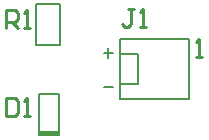
<source format=gto>
G04*
G04 #@! TF.GenerationSoftware,Altium Limited,Altium Designer,20.0.13 (296)*
G04*
G04 Layer_Color=65535*
%FSLAX44Y44*%
%MOMM*%
G71*
G01*
G75*
%ADD10C,0.2000*%
%ADD11C,0.2540*%
%ADD12R,1.7000X0.4000*%
D10*
X59000Y36000D02*
Y71000D01*
X42000Y36000D02*
X59000D01*
X42000D02*
Y71000D01*
X59000D01*
X110790Y79800D02*
X126030D01*
Y105200D01*
X110790D02*
X126030D01*
X110790Y117900D02*
X169210D01*
X110790Y67100D02*
Y117900D01*
Y67100D02*
X169210D01*
Y117900D01*
X40000Y113000D02*
Y147000D01*
X60000D01*
Y113000D02*
Y147000D01*
X40000Y113000D02*
X60000D01*
X97000Y77000D02*
X104997D01*
X97000Y105999D02*
X104997D01*
X100999Y109997D02*
Y102000D01*
D11*
X175560Y102660D02*
X180638D01*
X178099D01*
Y117895D01*
X175560Y115356D01*
X14843Y127382D02*
Y142618D01*
X22461D01*
X25000Y140078D01*
Y135000D01*
X22461Y132461D01*
X14843D01*
X19922D02*
X25000Y127382D01*
X30078D02*
X35157D01*
X32618D01*
Y142618D01*
X30078Y140078D01*
X122598Y143222D02*
X117519D01*
X120058D01*
Y130526D01*
X117519Y127987D01*
X114980D01*
X112441Y130526D01*
X127676Y127987D02*
X132754D01*
X130215D01*
Y143222D01*
X127676Y140683D01*
X14843Y67618D02*
Y52382D01*
X22461D01*
X25000Y54922D01*
Y65078D01*
X22461Y67618D01*
X14843D01*
X30078Y52382D02*
X35157D01*
X32618D01*
Y67618D01*
X30078Y65078D01*
D12*
X50500Y38000D02*
D03*
M02*

</source>
